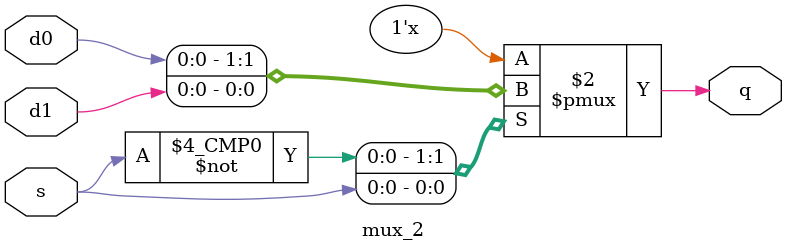
<source format=v>

module mux_2(d0, d1, s, q);
  
  parameter bit=1;
  
  input [bit-1:0] d0;
  input [bit-1:0] d1;
  input s;
  output reg [bit-1:0] q;
  
  always @ (*)
  begin
    case (s)
      0: q <= d0;
      1: q <= d1;
    endcase
  end
  
endmodule
</source>
